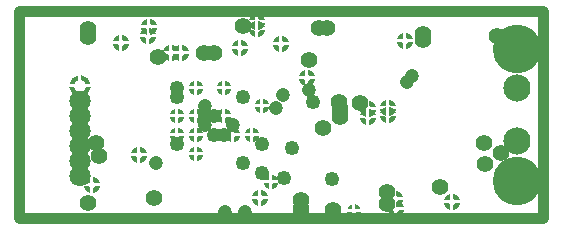
<source format=gbr>
%FSLAX23Y23*%
%MOIN*%
G04 EasyPC Gerber Version 17.0 Build 3379 *
%ADD134C,0.03650*%
%ADD133C,0.04750*%
%ADD132C,0.04921*%
%ADD131C,0.05550*%
%ADD126C,0.07087*%
%ADD125C,0.09068*%
%ADD124C,0.16205*%
%AMT130*0 Thermal pad*7,0,0,0.04750,0.01600,0.01000,0*%
%ADD130T130*%
%AMT128*0 Thermal pad*7,0,0,0.04921,0.01772,0.01000,0*%
%ADD128T128*%
%AMT129*0 Thermal pad*7,0,0,0.05550,0.02400,0.01000,0*%
%ADD129T129*%
%AMT127*0 Thermal pad*7,0,0,0.07087,0.03937,0.01000,0*%
%ADD127T127*%
X0Y0D02*
D02*
D124*
X1758Y353D03*
Y793D03*
D02*
D125*
Y484D03*
Y662D03*
D02*
D126*
X303Y369D03*
Y419D03*
Y469D03*
Y519D03*
Y569D03*
Y619D03*
D02*
D127*
Y669D03*
D02*
D128*
X624Y505D03*
Y568D03*
X687Y442D03*
Y505D03*
Y568D03*
Y663D03*
X781Y568D03*
Y663D03*
X813Y505D03*
X876D03*
X907Y600D03*
X939Y348D03*
D02*
D129*
X342Y338D03*
X439Y812D03*
X498Y438D03*
X527Y834D03*
X531Y865D03*
X604Y779D03*
X640D03*
X836Y796D03*
X891Y857D03*
Y881D03*
X901Y294D03*
X972Y808D03*
X1059Y696D03*
X1262Y566D03*
Y590D03*
X1328Y570D03*
X1330Y596D03*
X1352Y290D03*
X1354Y259D03*
X1386Y818D03*
X1543Y281D03*
D02*
D130*
X1214Y251D03*
D02*
D131*
X328Y277D03*
X330Y832D03*
Y857D03*
X354Y479D03*
X366Y436D03*
X549Y294D03*
X563Y765D03*
X714Y779D03*
X748D03*
X846Y867D03*
X1039Y259D03*
Y287D03*
X1065Y755D03*
X1100Y863D03*
X1112Y529D03*
X1126Y863D03*
X1145Y255D03*
X1165Y615D03*
X1167Y590D03*
X1169Y564D03*
X1234Y611D03*
X1325Y275D03*
Y314D03*
X1445Y820D03*
Y842D03*
X1502Y332D03*
X1649Y479D03*
X1651Y408D03*
X1691Y835D03*
X1704Y446D03*
D02*
D132*
X624Y474D03*
Y663D03*
X626Y633D03*
X718Y568D03*
X750Y505D03*
Y568D03*
X781Y505D03*
X844Y411D03*
Y631D03*
X907Y379D03*
Y474D03*
X982Y363D03*
X1010Y462D03*
X1077Y615D03*
X1143Y359D03*
D02*
D133*
X555Y411D03*
X718Y537D03*
Y600D03*
X785Y249D03*
X813Y537D03*
X852Y247D03*
X954Y594D03*
X978Y637D03*
X1065Y655D03*
X1391Y680D03*
X1407Y702D03*
D02*
D134*
X1844Y228D02*
X98D01*
Y918*
X1844*
Y228*
X0Y0D02*
M02*

</source>
